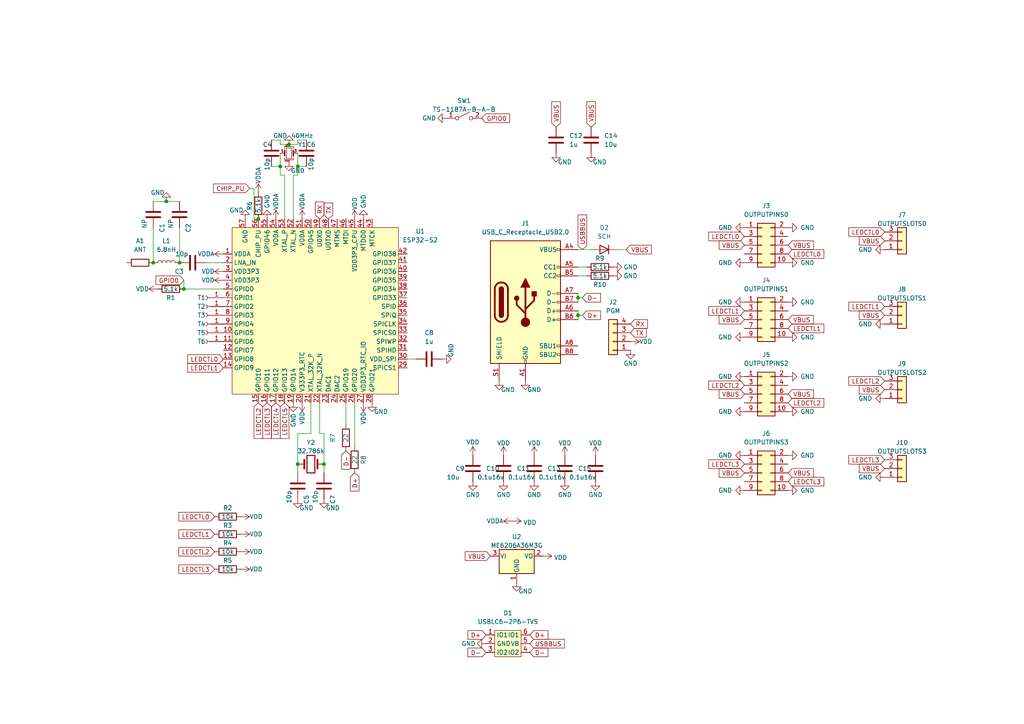
<source format=kicad_sch>
(kicad_sch (version 20211123) (generator eeschema)
  (paper "A4")
  (lib_symbols
    (symbol "Connector:Conn_01x01_Female" (pin_names (offset 1.016) hide)
      (property "Reference" "J" (at 0 2.54 0))
      (property "Value" "Conn_01x01_Female" (at 0 -2.54 0))
      (symbol "Conn_01x01_Female_1_1"
        (polyline (pts (xy -1.27 0) (xy -0.508 0)) (stroke (width 0.1524)))
        (arc (start 0 0.508) (mid -0.508 0) (end 0 -0.508) (stroke (width 0.1524)))
        (pin passive line (at -5.08 0 0) (length 3.81) (name "Pin_1") (number "1"))
      )
    )
    (symbol "Connector:USB_C_Receptacle_USB2.0" (pin_names (offset 1.016))
      (property "Reference" "J" (at -10.16 19.05 0))
      (property "Value" "USB_C_Receptacle_USB2.0" (at 19.05 19.05 0))
      (symbol "USB_C_Receptacle_USB2.0_0_0"
        (rectangle (start -0.254 -17.78) (end 0.254 -16.764))
        (rectangle (start 10.16 -14.986) (end 9.144 -15.494))
        (rectangle (start 10.16 -12.446) (end 9.144 -12.954))
        (rectangle (start 10.16 -4.826) (end 9.144 -5.334))
        (rectangle (start 10.16 -2.286) (end 9.144 -2.794))
        (rectangle (start 10.16 0.254) (end 9.144 -0.254))
        (rectangle (start 10.16 2.794) (end 9.144 2.286))
        (rectangle (start 10.16 7.874) (end 9.144 7.366))
        (rectangle (start 10.16 10.414) (end 9.144 9.906))
        (rectangle (start 10.16 15.494) (end 9.144 14.986))
      )
      (symbol "USB_C_Receptacle_USB2.0_0_1"
        (rectangle (start -10.16 17.78) (end 10.16 -17.78) (stroke (width 0.254)) (fill (type background)))
        (arc (start -8.89 -3.81) (mid -6.985 -5.715) (end -5.08 -3.81) (stroke (width 0.508)))
        (arc (start -7.62 -3.81) (mid -6.985 -4.445) (end -6.35 -3.81) (stroke (width 0.254)))
        (arc (start -7.62 -3.81) (mid -6.985 -4.445) (end -6.35 -3.81) (stroke (width 0.254)) (fill (type outline)))
        (rectangle (start -7.62 -3.81) (end -6.35 3.81) (stroke (width 0.254)) (fill (type outline)))
        (arc (start -6.35 3.81) (mid -6.985 4.445) (end -7.62 3.81) (stroke (width 0.254)))
        (arc (start -6.35 3.81) (mid -6.985 4.445) (end -7.62 3.81) (stroke (width 0.254)) (fill (type outline)))
        (arc (start -5.08 3.81) (mid -6.985 5.715) (end -8.89 3.81) (stroke (width 0.508)))
        (circle (center -2.54 1.143) (radius 0.635) (stroke (width 0.254)) (fill (type outline)))
        (circle (center 0 -5.842) (radius 1.27) (fill (type outline)))
        (polyline (pts (xy -8.89 -3.81) (xy -8.89 3.81)) (stroke (width 0.508)))
        (polyline (pts (xy -5.08 3.81) (xy -5.08 -3.81)) (stroke (width 0.508)))
        (polyline (pts (xy 0 -5.842) (xy 0 4.318)) (stroke (width 0.508)))
        (polyline (pts (xy 0 -3.302) (xy -2.54 -0.762) (xy -2.54 0.508)) (stroke (width 0.508)))
        (polyline (pts (xy 0 -2.032) (xy 2.54 0.508) (xy 2.54 1.778)) (stroke (width 0.508)))
        (polyline (pts (xy -1.27 4.318) (xy 0 6.858) (xy 1.27 4.318) (xy -1.27 4.318)) (stroke (width 0.254)) (fill (type outline)))
        (rectangle (start 1.905 1.778) (end 3.175 3.048) (stroke (width 0.254)) (fill (type outline)))
      )
      (symbol "USB_C_Receptacle_USB2.0_1_1"
        (pin passive line (at 0 -22.86 90) (length 5.08) (name "GND") (number "A1"))
        (pin passive line (at 0 -22.86 90) (length 5.08) hide (name "GND") (number "A12"))
        (pin passive line (at 15.24 15.24 180) (length 5.08) (name "VBUS") (number "A4"))
        (pin bidirectional line (at 15.24 10.16 180) (length 5.08) (name "CC1") (number "A5"))
        (pin bidirectional line (at 15.24 -2.54 180) (length 5.08) (name "D+") (number "A6"))
        (pin bidirectional line (at 15.24 2.54 180) (length 5.08) (name "D-") (number "A7"))
        (pin bidirectional line (at 15.24 -12.7 180) (length 5.08) (name "SBU1") (number "A8"))
        (pin passive line (at 15.24 15.24 180) (length 5.08) hide (name "VBUS") (number "A9"))
        (pin passive line (at 0 -22.86 90) (length 5.08) hide (name "GND") (number "B1"))
        (pin passive line (at 0 -22.86 90) (length 5.08) hide (name "GND") (number "B12"))
        (pin passive line (at 15.24 15.24 180) (length 5.08) hide (name "VBUS") (number "B4"))
        (pin bidirectional line (at 15.24 7.62 180) (length 5.08) (name "CC2") (number "B5"))
        (pin bidirectional line (at 15.24 -5.08 180) (length 5.08) (name "D+") (number "B6"))
        (pin bidirectional line (at 15.24 0 180) (length 5.08) (name "D-") (number "B7"))
        (pin bidirectional line (at 15.24 -15.24 180) (length 5.08) (name "SBU2") (number "B8"))
        (pin passive line (at 15.24 15.24 180) (length 5.08) hide (name "VBUS") (number "B9"))
        (pin passive line (at -7.62 -22.86 90) (length 5.08) (name "SHIELD") (number "S1"))
      )
    )
    (symbol "Connector_Generic:Conn_01x03" (pin_names (offset 1.016) hide)
      (property "Reference" "J" (at 0 5.08 0))
      (property "Value" "Conn_01x03" (at 0 -5.08 0))
      (symbol "Conn_01x03_1_1"
        (rectangle (start -1.27 -2.413) (end 0 -2.667) (stroke (width 0.1524)))
        (rectangle (start -1.27 0.127) (end 0 -0.127) (stroke (width 0.1524)))
        (rectangle (start -1.27 2.667) (end 0 2.413) (stroke (width 0.1524)))
        (rectangle (start -1.27 3.81) (end 1.27 -3.81) (stroke (width 0.254)) (fill (type background)))
        (pin passive line (at -5.08 2.54 0) (length 3.81) (name "Pin_1") (number "1"))
        (pin passive line (at -5.08 0 0) (length 3.81) (name "Pin_2") (number "2"))
        (pin passive line (at -5.08 -2.54 0) (length 3.81) (name "Pin_3") (number "3"))
      )
    )
    (symbol "Connector_Generic:Conn_01x04" (pin_names (offset 1.016) hide)
      (property "Reference" "J" (at 0 5.08 0))
      (property "Value" "Conn_01x04" (at 0 -7.62 0))
      (symbol "Conn_01x04_1_1"
        (rectangle (start -1.27 -4.953) (end 0 -5.207) (stroke (width 0.1524)))
        (rectangle (start -1.27 -2.413) (end 0 -2.667) (stroke (width 0.1524)))
        (rectangle (start -1.27 0.127) (end 0 -0.127) (stroke (width 0.1524)))
        (rectangle (start -1.27 2.667) (end 0 2.413) (stroke (width 0.1524)))
        (rectangle (start -1.27 3.81) (end 1.27 -6.35) (stroke (width 0.254)) (fill (type background)))
        (pin passive line (at -5.08 2.54 0) (length 3.81) (name "Pin_1") (number "1"))
        (pin passive line (at -5.08 0 0) (length 3.81) (name "Pin_2") (number "2"))
        (pin passive line (at -5.08 -2.54 0) (length 3.81) (name "Pin_3") (number "3"))
        (pin passive line (at -5.08 -5.08 0) (length 3.81) (name "Pin_4") (number "4"))
      )
    )
    (symbol "Connector_Generic:Conn_02x05_Odd_Even" (pin_names (offset 1.016) hide)
      (property "Reference" "J" (at 1.27 7.62 0))
      (property "Value" "Conn_02x05_Odd_Even" (at 1.27 -7.62 0))
      (symbol "Conn_02x05_Odd_Even_1_1"
        (rectangle (start -1.27 -4.953) (end 0 -5.207) (stroke (width 0.1524)))
        (rectangle (start -1.27 -2.413) (end 0 -2.667) (stroke (width 0.1524)))
        (rectangle (start -1.27 0.127) (end 0 -0.127) (stroke (width 0.1524)))
        (rectangle (start -1.27 2.667) (end 0 2.413) (stroke (width 0.1524)))
        (rectangle (start -1.27 5.207) (end 0 4.953) (stroke (width 0.1524)))
        (rectangle (start -1.27 6.35) (end 3.81 -6.35) (stroke (width 0.254)) (fill (type background)))
        (rectangle (start 3.81 -4.953) (end 2.54 -5.207) (stroke (width 0.1524)))
        (rectangle (start 3.81 -2.413) (end 2.54 -2.667) (stroke (width 0.1524)))
        (rectangle (start 3.81 0.127) (end 2.54 -0.127) (stroke (width 0.1524)))
        (rectangle (start 3.81 2.667) (end 2.54 2.413) (stroke (width 0.1524)))
        (rectangle (start 3.81 5.207) (end 2.54 4.953) (stroke (width 0.1524)))
        (pin passive line (at -5.08 5.08 0) (length 3.81) (name "Pin_1") (number "1"))
        (pin passive line (at 7.62 -5.08 180) (length 3.81) (name "Pin_10") (number "10"))
        (pin passive line (at 7.62 5.08 180) (length 3.81) (name "Pin_2") (number "2"))
        (pin passive line (at -5.08 2.54 0) (length 3.81) (name "Pin_3") (number "3"))
        (pin passive line (at 7.62 2.54 180) (length 3.81) (name "Pin_4") (number "4"))
        (pin passive line (at -5.08 0 0) (length 3.81) (name "Pin_5") (number "5"))
        (pin passive line (at 7.62 0 180) (length 3.81) (name "Pin_6") (number "6"))
        (pin passive line (at -5.08 -2.54 0) (length 3.81) (name "Pin_7") (number "7"))
        (pin passive line (at 7.62 -2.54 180) (length 3.81) (name "Pin_8") (number "8"))
        (pin passive line (at -5.08 -5.08 0) (length 3.81) (name "Pin_9") (number "9"))
      )
    )
    (symbol "Device:C" (pin_numbers hide) (pin_names (offset 0.254))
      (property "Reference" "C" (at 0.635 2.54 0))
      (property "Value" "C" (at 0.635 -2.54 0))
      (symbol "C_0_1"
        (polyline (pts (xy -2.032 -0.762) (xy 2.032 -0.762)) (stroke (width 0.508)))
        (polyline (pts (xy -2.032 0.762) (xy 2.032 0.762)) (stroke (width 0.508)))
      )
      (symbol "C_1_1"
        (pin passive line (at 0 3.81 270) (length 2.794) (name "~") (number "1"))
        (pin passive line (at 0 -3.81 90) (length 2.794) (name "~") (number "2"))
      )
    )
    (symbol "Device:Crystal" (pin_numbers hide) (pin_names (offset 1.016) hide)
      (property "Reference" "Y" (at 0 3.81 0))
      (property "Value" "Crystal" (at 0 -3.81 0))
      (symbol "Crystal_0_1"
        (rectangle (start -1.143 2.54) (end 1.143 -2.54) (stroke (width 0.3048)))
        (polyline (pts (xy -2.54 0) (xy -1.905 0)))
        (polyline (pts (xy -1.905 -1.27) (xy -1.905 1.27)) (stroke (width 0.508)))
        (polyline (pts (xy 1.905 -1.27) (xy 1.905 1.27)) (stroke (width 0.508)))
        (polyline (pts (xy 2.54 0) (xy 1.905 0)))
      )
      (symbol "Crystal_1_1"
        (pin passive line (at -3.81 0 0) (length 1.27) (name "1") (number "1"))
        (pin passive line (at 3.81 0 180) (length 1.27) (name "2") (number "2"))
      )
    )
    (symbol "Device:Crystal_GND24_Small" (pin_names (offset 1.016) hide)
      (property "Reference" "Y" (at 1.27 4.445 0))
      (property "Value" "Crystal_GND24_Small" (at 1.27 2.54 0))
      (symbol "Crystal_GND24_Small_0_1"
        (rectangle (start -0.762 -1.524) (end 0.762 1.524))
        (polyline (pts (xy -1.27 -0.762) (xy -1.27 0.762)) (stroke (width 0.381)))
        (polyline (pts (xy 1.27 -0.762) (xy 1.27 0.762)) (stroke (width 0.381)))
        (polyline (pts (xy -1.27 -1.27) (xy -1.27 -1.905) (xy 1.27 -1.905) (xy 1.27 -1.27)))
        (polyline (pts (xy -1.27 1.27) (xy -1.27 1.905) (xy 1.27 1.905) (xy 1.27 1.27)))
      )
      (symbol "Crystal_GND24_Small_1_1"
        (pin passive line (at -2.54 0 0) (length 1.27) (name "1") (number "1"))
        (pin passive line (at 0 -2.54 90) (length 0.635) (name "2") (number "2"))
        (pin passive line (at 2.54 0 180) (length 1.27) (name "3") (number "3"))
        (pin passive line (at 0 2.54 270) (length 0.635) (name "4") (number "4"))
      )
    )
    (symbol "Device:D" (pin_numbers hide) (pin_names (offset 1.016) hide)
      (property "Reference" "D" (at 0 2.54 0))
      (property "Value" "D" (at 0 -2.54 0))
      (symbol "D_0_1"
        (polyline (pts (xy -1.27 1.27) (xy -1.27 -1.27)) (stroke (width 0.254)))
        (polyline (pts (xy 1.27 0) (xy -1.27 0)))
        (polyline (pts (xy 1.27 1.27) (xy 1.27 -1.27) (xy -1.27 0) (xy 1.27 1.27)) (stroke (width 0.254)))
      )
      (symbol "D_1_1"
        (pin passive line (at -3.81 0 0) (length 2.54) (name "K") (number "1"))
        (pin passive line (at 3.81 0 180) (length 2.54) (name "A") (number "2"))
      )
    )
    (symbol "Device:L" (pin_numbers hide) (pin_names (offset 1.016) hide)
      (property "Reference" "L" (at -1.27 0 90))
      (property "Value" "L" (at 1.905 0 90))
      (symbol "L_0_1"
        (arc (start 0 -2.54) (mid 0.635 -1.905) (end 0 -1.27))
        (arc (start 0 -1.27) (mid 0.635 -0.635) (end 0 0))
        (arc (start 0 0) (mid 0.635 0.635) (end 0 1.27))
        (arc (start 0 1.27) (mid 0.635 1.905) (end 0 2.54))
      )
      (symbol "L_1_1"
        (pin passive line (at 0 3.81 270) (length 1.27) (name "1") (number "1"))
        (pin passive line (at 0 -3.81 90) (length 1.27) (name "2") (number "2"))
      )
    )
    (symbol "Device:R" (pin_numbers hide) (pin_names (offset 0))
      (property "Reference" "R" (at 2.032 0 90))
      (property "Value" "R" (at 0 0 90))
      (symbol "R_0_1"
        (rectangle (start -1.016 -2.54) (end 1.016 2.54) (stroke (width 0.254)))
      )
      (symbol "R_1_1"
        (pin passive line (at 0 3.81 270) (length 1.27) (name "~") (number "1"))
        (pin passive line (at 0 -3.81 90) (length 1.27) (name "~") (number "2"))
      )
    )
    (symbol "Regulator_Linear:APE8865N-17-HF-3" (pin_names (offset 0.254))
      (property "Reference" "U" (at -3.81 3.175 0))
      (property "Value" "APE8865N-17-HF-3" (at 0 3.175 0))
      (symbol "APE8865N-17-HF-3_0_1"
        (rectangle (start -5.08 1.905) (end 5.08 -5.08) (stroke (width 0.254)) (fill (type background)))
      )
      (symbol "APE8865N-17-HF-3_1_1"
        (pin power_in line (at 0 -7.62 90) (length 2.54) (name "GND") (number "1"))
        (pin power_out line (at 7.62 0 180) (length 2.54) (name "VO") (number "2"))
        (pin power_in line (at -7.62 0 0) (length 2.54) (name "VI") (number "3"))
      )
    )
    (symbol "Switch:SW_SPST" (pin_names (offset 0) hide)
      (property "Reference" "SW" (at 0 3.175 0))
      (property "Value" "SW_SPST" (at 0 -2.54 0))
      (symbol "SW_SPST_0_0"
        (circle (center -2.032 0) (radius 0.508))
        (polyline (pts (xy -1.524 0.254) (xy 1.524 1.778)))
        (circle (center 2.032 0) (radius 0.508))
      )
      (symbol "SW_SPST_1_1"
        (pin passive line (at -5.08 0 0) (length 2.54) (name "A") (number "1"))
        (pin passive line (at 5.08 0 180) (length 2.54) (name "B") (number "2"))
      )
    )
    (symbol "USBLC6-2P6-TVS:USBLC6-2P6-TVS"
      (property "Reference" "D" (at 0 -5.08 0))
      (property "Value" "USBLC6-2P6-TVS" (at 0 5.08 0))
      (symbol "USBLC6-2P6-TVS_0_1"
        (rectangle (start -3.81 3.81) (end 3.81 -3.81) (fill (type background)))
      )
      (symbol "USBLC6-2P6-TVS_1_1"
        (pin bidirectional line (at -6.35 2.54 0) (length 2.54) (name "IO1") (number "1"))
        (pin bidirectional line (at -6.35 0 0) (length 2.54) (name "GND") (number "2"))
        (pin bidirectional line (at -6.35 -2.54 0) (length 2.54) (name "IO2") (number "3"))
        (pin bidirectional line (at 6.35 -2.54 180) (length 2.54) (name "IO2") (number "4"))
        (pin bidirectional line (at 6.35 0 180) (length 2.54) (name "VB") (number "5"))
        (pin bidirectional line (at 6.35 2.54 180) (length 2.54) (name "IO1") (number "6"))
      )
    )
    (symbol "esp32s2:ESP32-S2"
      (property "Reference" "U" (at 0 6.35 0))
      (property "Value" "ESP32-S2" (at 0 1.27 0))
      (symbol "ESP32-S2_0_1"
        (rectangle (start -24.13 24.13) (end 24.13 -24.13) (stroke (width 0.1524)) (fill (type background)))
      )
      (symbol "ESP32-S2_1_1"
        (pin bidirectional line (at -26.67 16.51 0) (length 2.54) (name "VDDA") (number "1"))
        (pin bidirectional line (at -26.67 -6.35 0) (length 2.54) (name "GPIO5") (number "10"))
        (pin bidirectional line (at -26.67 -8.89 0) (length 2.54) (name "GPIO6") (number "11"))
        (pin bidirectional line (at -26.67 -11.43 0) (length 2.54) (name "GPIO7") (number "12"))
        (pin bidirectional line (at -26.67 -13.97 0) (length 2.54) (name "GPIO8") (number "13"))
        (pin bidirectional line (at -26.67 -16.51 0) (length 2.54) (name "GPIO9") (number "14"))
        (pin bidirectional line (at -16.51 -26.67 90) (length 2.54) (name "GPIO10") (number "15"))
        (pin bidirectional line (at -13.97 -26.67 90) (length 2.54) (name "GPIO11") (number "16"))
        (pin bidirectional line (at -11.43 -26.67 90) (length 2.54) (name "GPIO12") (number "17"))
        (pin bidirectional line (at -8.89 -26.67 90) (length 2.54) (name "GPIO13") (number "18"))
        (pin bidirectional line (at -6.35 -26.67 90) (length 2.54) (name "GPIO14") (number "19"))
        (pin bidirectional line (at -26.67 13.97 0) (length 2.54) (name "LNA_IN") (number "2"))
        (pin bidirectional line (at -3.81 -26.67 90) (length 2.54) (name "V333P3_RTC") (number "20"))
        (pin bidirectional line (at -1.27 -26.67 90) (length 2.54) (name "XTAL_32K_P") (number "21"))
        (pin bidirectional line (at 1.27 -26.67 90) (length 2.54) (name "XTAL_32K_N") (number "22"))
        (pin bidirectional line (at 3.81 -26.67 90) (length 2.54) (name "DAC1") (number "23"))
        (pin bidirectional line (at 6.35 -26.67 90) (length 2.54) (name "DAC2") (number "24"))
        (pin bidirectional line (at 8.89 -26.67 90) (length 2.54) (name "GPIO19") (number "25"))
        (pin bidirectional line (at 11.43 -26.67 90) (length 2.54) (name "GPIO20") (number "26"))
        (pin bidirectional line (at 13.97 -26.67 90) (length 2.54) (name "VDD3P3_RTC_IO") (number "27"))
        (pin bidirectional line (at 16.51 -26.67 90) (length 2.54) (name "GPIO21") (number "28"))
        (pin bidirectional line (at 26.67 -16.51 180) (length 2.54) (name "SPICS1") (number "29"))
        (pin bidirectional line (at -26.67 11.43 0) (length 2.54) (name "VDD3P3") (number "3"))
        (pin bidirectional line (at 26.67 -13.97 180) (length 2.54) (name "VDD_SPI") (number "30"))
        (pin bidirectional line (at 26.67 -11.43 180) (length 2.54) (name "SPIHD") (number "31"))
        (pin bidirectional line (at 26.67 -8.89 180) (length 2.54) (name "SPIWP") (number "32"))
        (pin bidirectional line (at 26.67 -6.35 180) (length 2.54) (name "SPICS0") (number "33"))
        (pin bidirectional line (at 26.67 -3.81 180) (length 2.54) (name "SPICLK") (number "34"))
        (pin bidirectional line (at 26.67 -1.27 180) (length 2.54) (name "SPIQ") (number "35"))
        (pin bidirectional line (at 26.67 1.27 180) (length 2.54) (name "SPID") (number "36"))
        (pin bidirectional line (at 26.67 3.81 180) (length 2.54) (name "GPIO33") (number "37"))
        (pin bidirectional line (at 26.67 6.35 180) (length 2.54) (name "GPIO34") (number "38"))
        (pin bidirectional line (at 26.67 8.89 180) (length 2.54) (name "GPIO35") (number "39"))
        (pin bidirectional line (at -26.67 8.89 0) (length 2.54) (name "VDD3P3") (number "4"))
        (pin bidirectional line (at 26.67 11.43 180) (length 2.54) (name "GPIO36") (number "40"))
        (pin bidirectional line (at 26.67 13.97 180) (length 2.54) (name "GPIO37") (number "41"))
        (pin bidirectional line (at 26.67 16.51 180) (length 2.54) (name "GPIO38") (number "42"))
        (pin bidirectional line (at 16.51 26.67 270) (length 2.54) (name "MTCK") (number "43"))
        (pin bidirectional line (at 13.97 26.67 270) (length 2.54) (name "MTDO0") (number "44"))
        (pin bidirectional line (at 11.43 26.67 270) (length 2.54) (name "VDD3P3_CPU") (number "45"))
        (pin bidirectional line (at 8.89 26.67 270) (length 2.54) (name "MTDI") (number "46"))
        (pin bidirectional line (at 6.35 26.67 270) (length 2.54) (name "MTMS") (number "47"))
        (pin bidirectional line (at 3.81 26.67 270) (length 2.54) (name "U0TXD") (number "48"))
        (pin bidirectional line (at 1.27 26.67 270) (length 2.54) (name "U0XD") (number "49"))
        (pin bidirectional line (at -26.67 6.35 0) (length 2.54) (name "GPIO0") (number "5"))
        (pin bidirectional line (at -1.27 26.67 270) (length 2.54) (name "GPIO45") (number "50"))
        (pin bidirectional line (at -3.81 26.67 270) (length 2.54) (name "VDDA") (number "51"))
        (pin bidirectional line (at -6.35 26.67 270) (length 2.54) (name "XTAL_N") (number "52"))
        (pin bidirectional line (at -8.89 26.67 270) (length 2.54) (name "XTAL_P") (number "53"))
        (pin bidirectional line (at -11.43 26.67 270) (length 2.54) (name "VDDA") (number "54"))
        (pin bidirectional line (at -13.97 26.67 270) (length 2.54) (name "GPIO46") (number "55"))
        (pin bidirectional line (at -16.51 26.67 270) (length 2.54) (name "CHIP_PU") (number "56"))
        (pin bidirectional line (at -20.32 26.67 270) (length 2.54) (name "GND") (number "57"))
        (pin bidirectional line (at -26.67 3.81 0) (length 2.54) (name "GPIO1") (number "6"))
        (pin bidirectional line (at -26.67 1.27 0) (length 2.54) (name "GPIO2") (number "7"))
        (pin bidirectional line (at -26.67 -1.27 0) (length 2.54) (name "GPIO3") (number "8"))
        (pin bidirectional line (at -26.67 -3.81 0) (length 2.54) (name "GPIO4") (number "9"))
      )
    )
    (symbol "power:GND" (power) (pin_names (offset 0))
      (property "Value" "GND" (at 0 -3.81 0))
      (symbol "GND_0_1"
        (polyline (pts (xy 0 0) (xy 0 -1.27) (xy 1.27 -1.27) (xy 0 -2.54) (xy -1.27 -1.27) (xy 0 -1.27)))
      )
      (symbol "GND_1_1"
        (pin power_in line (at 0 0 270) (length 0) hide (name "GND") (number "1"))
      )
    )
    (symbol "power:VDD" (power) (pin_names (offset 0))
      (property "Value" "VDD" (at 0 3.81 0))
      (symbol "VDD_0_1"
        (polyline (pts (xy -0.762 1.27) (xy 0 2.54)))
        (polyline (pts (xy 0 0) (xy 0 2.54)))
        (polyline (pts (xy 0 2.54) (xy 0.762 1.27)))
      )
      (symbol "VDD_1_1"
        (pin power_in line (at 0 0 90) (length 0) hide (name "VDD") (number "1"))
      )
    )
    (symbol "power:VDDA" (power) (pin_names (offset 0))
      (property "Value" "VDDA" (at 0 3.81 0))
      (symbol "VDDA_0_1"
        (polyline (pts (xy -0.762 1.27) (xy 0 2.54)))
        (polyline (pts (xy 0 0) (xy 0 2.54)))
        (polyline (pts (xy 0 2.54) (xy 0.762 1.27)))
      )
      (symbol "VDDA_1_1"
        (pin power_in line (at 0 0 90) (length 0) hide (name "VDDA") (number "1"))
      )
    )
  )
  (junction (at 52.07 76.2))
  (junction (at 93.98 134.62))
  (junction (at 53.34 83.82))
  (junction (at 83.82 41.91))
  (junction (at 44.45 76.2))
  (junction (at 86.36 48.26))
  (junction (at 167.64 86.36))
  (junction (at 74.93 63.5))
  (junction (at 48.26 58.42))
  (junction (at 167.64 91.44))
  (junction (at 86.36 134.62))
  (junction (at 81.28 48.26))
  (wire (pts (xy 167.64 90.17) (xy 167.64 91.44)))
  (wire (pts (xy 167.64 85.09) (xy 167.64 86.36)))
  (wire (pts (xy 118.11 104.14) (xy 120.65 104.14)))
  (wire (pts (xy 86.36 41.91) (xy 86.36 40.64)))
  (wire (pts (xy 53.34 83.82) (xy 64.77 83.82)))
  (wire (pts (xy 171.45 72.39) (xy 167.64 72.39)))
  (wire (pts (xy 73.66 54.61) (xy 73.66 63.5)))
  (wire (pts (xy 83.82 41.91) (xy 81.28 41.91)))
  (wire (pts (xy 85.09 63.5) (xy 85.09 50.8)))
  (wire (pts (xy 167.64 86.36) (xy 167.64 87.63)))
  (wire (pts (xy 167.64 77.47) (xy 170.18 77.47)))
  (wire (pts (xy 167.64 91.44) (xy 167.64 92.71)))
  (wire (pts (xy 93.98 134.62) (xy 93.98 137.16)))
  (wire (pts (xy 82.55 63.5) (xy 82.55 50.8)))
  (wire (pts (xy 82.55 50.8) (xy 81.28 50.8)))
  (wire (pts (xy 90.17 116.84) (xy 90.17 125.73)))
  (wire (pts (xy 73.66 63.5) (xy 74.93 63.5)))
  (wire (pts (xy 72.39 54.61) (xy 73.66 54.61)))
  (wire (pts (xy 86.36 50.8) (xy 86.36 48.26)))
  (wire (pts (xy 86.36 48.26) (xy 86.36 44.45)))
  (wire (pts (xy 167.64 80.01) (xy 170.18 80.01)))
  (wire (pts (xy 86.36 40.64) (xy 88.9 40.64)))
  (wire (pts (xy 81.28 40.64) (xy 78.74 40.64)))
  (wire (pts (xy 93.98 134.62) (xy 93.98 125.73)))
  (wire (pts (xy 48.26 58.42) (xy 52.07 58.42)))
  (wire (pts (xy 181.61 72.39) (xy 179.07 72.39)))
  (wire (pts (xy 81.28 41.91) (xy 81.28 40.64)))
  (wire (pts (xy 78.74 48.26) (xy 81.28 48.26)))
  (wire (pts (xy 52.07 66.04) (xy 52.07 76.2)))
  (wire (pts (xy 81.28 48.26) (xy 81.28 44.45)))
  (wire (pts (xy 85.09 50.8) (xy 86.36 50.8)))
  (wire (pts (xy 44.45 66.04) (xy 44.45 76.2)))
  (wire (pts (xy 100.33 116.84) (xy 100.33 123.19)))
  (wire (pts (xy 102.87 116.84) (xy 102.87 129.54)))
  (wire (pts (xy 86.36 48.26) (xy 88.9 48.26)))
  (wire (pts (xy 167.64 91.44) (xy 168.91 91.44)))
  (wire (pts (xy 83.82 41.91) (xy 86.36 41.91)))
  (wire (pts (xy 44.45 58.42) (xy 48.26 58.42)))
  (wire (pts (xy 59.69 76.2) (xy 64.77 76.2)))
  (wire (pts (xy 90.17 125.73) (xy 86.36 125.73)))
  (wire (pts (xy 81.28 50.8) (xy 81.28 48.26)))
  (wire (pts (xy 86.36 125.73) (xy 86.36 134.62)))
  (wire (pts (xy 167.64 86.36) (xy 168.91 86.36)))
  (wire (pts (xy 92.71 125.73) (xy 92.71 116.84)))
  (wire (pts (xy 53.34 81.28) (xy 53.34 83.82)))
  (wire (pts (xy 93.98 125.73) (xy 92.71 125.73)))
  (wire (pts (xy 86.36 137.16) (xy 86.36 134.62)))
  (global_label "LEDCTL1" (shape input) (at 215.9 90.17 180) (property "Intersheet References" "${INTERSHEET_REFS}" (effects hide)))
  (global_label "VBUS" (shape input) (at 215.9 92.71 180) (property "Intersheet References" "${INTERSHEET_REFS}" (effects hide)))
  (global_label "USBBUS" (shape input) (at 168.91 72.39 90) (property "Intersheet References" "${INTERSHEET_REFS}" (effects hide)))
  (global_label "D-" (shape input) (at 140.97 189.23 180) (property "Intersheet References" "${INTERSHEET_REFS}" (effects hide)))
  (global_label "USBBUS" (shape input) (at 153.67 186.69 0) (property "Intersheet References" "${INTERSHEET_REFS}" (effects hide)))
  (global_label "VBUS" (shape input) (at 228.6 114.3 0) (property "Intersheet References" "${INTERSHEET_REFS}" (effects hide)))
  (global_label "LEDCTL5" (shape input) (at 82.55 116.84 270) (property "Intersheet References" "${INTERSHEET_REFS}" (effects hide)))
  (global_label "LEDCTL2" (shape input) (at 62.23 160.02 180) (property "Intersheet References" "${INTERSHEET_REFS}" (effects hide)))
  (global_label "RX" (shape input) (at 92.71 63.5 90) (property "Intersheet References" "${INTERSHEET_REFS}" (effects hide)))
  (global_label "VBUS" (shape input) (at 228.6 137.16 0) (property "Intersheet References" "${INTERSHEET_REFS}" (effects hide)))
  (global_label "D+" (shape input) (at 168.91 91.44 0) (property "Intersheet References" "${INTERSHEET_REFS}" (effects hide)))
  (global_label "TX" (shape input) (at 95.25 63.5 90) (property "Intersheet References" "${INTERSHEET_REFS}" (effects hide)))
  (global_label "LEDCTL1" (shape input) (at 64.77 106.68 180) (property "Intersheet References" "${INTERSHEET_REFS}" (effects hide)))
  (global_label "LEDCTL2" (shape input) (at 215.9 111.76 180) (property "Intersheet References" "${INTERSHEET_REFS}" (effects hide)))
  (global_label "LEDCTL1" (shape input) (at 228.6 95.25 0) (property "Intersheet References" "${INTERSHEET_REFS}" (effects hide)))
  (global_label "VBUS" (shape input) (at 228.6 71.12 0) (property "Intersheet References" "${INTERSHEET_REFS}" (effects hide)))
  (global_label "VBUS" (shape input) (at 161.29 36.83 90) (property "Intersheet References" "${INTERSHEET_REFS}" (effects hide)))
  (global_label "LEDCTL1" (shape input) (at 256.54 88.9 180) (property "Intersheet References" "${INTERSHEET_REFS}" (effects hide)))
  (global_label "LEDCTL3" (shape input) (at 256.54 133.35 180) (property "Intersheet References" "${INTERSHEET_REFS}" (effects hide)))
  (global_label "VBUS" (shape input) (at 256.54 91.44 180) (property "Intersheet References" "${INTERSHEET_REFS}" (effects hide)))
  (global_label "LEDCTL1" (shape input) (at 62.23 154.94 180) (property "Intersheet References" "${INTERSHEET_REFS}" (effects hide)))
  (global_label "LEDCTL3" (shape input) (at 77.47 116.84 270) (property "Intersheet References" "${INTERSHEET_REFS}" (effects hide)))
  (global_label "LEDCTL0" (shape input) (at 64.77 104.14 180) (property "Intersheet References" "${INTERSHEET_REFS}" (effects hide)))
  (global_label "VBUS" (shape input) (at 181.61 72.39 0) (property "Intersheet References" "${INTERSHEET_REFS}" (effects hide)))
  (global_label "RX" (shape input) (at 182.88 93.98 0) (property "Intersheet References" "${INTERSHEET_REFS}" (effects hide)))
  (global_label "LEDCTL4" (shape input) (at 80.01 116.84 270) (property "Intersheet References" "${INTERSHEET_REFS}" (effects hide)))
  (global_label "LEDCTL0" (shape input) (at 228.6 73.66 0) (property "Intersheet References" "${INTERSHEET_REFS}" (effects hide)))
  (global_label "D+" (shape input) (at 153.67 184.15 0) (property "Intersheet References" "${INTERSHEET_REFS}" (effects hide)))
  (global_label "D+" (shape input) (at 102.87 137.16 270) (property "Intersheet References" "${INTERSHEET_REFS}" (effects hide)))
  (global_label "LEDCTL3" (shape input) (at 228.6 139.7 0) (property "Intersheet References" "${INTERSHEET_REFS}" (effects hide)))
  (global_label "D-" (shape input) (at 153.67 189.23 0) (property "Intersheet References" "${INTERSHEET_REFS}" (effects hide)))
  (global_label "VBUS" (shape input) (at 256.54 69.85 180) (property "Intersheet References" "${INTERSHEET_REFS}" (effects hide)))
  (global_label "VBUS" (shape input) (at 215.9 114.3 180) (property "Intersheet References" "${INTERSHEET_REFS}" (effects hide)))
  (global_label "GPIO0" (shape input) (at 53.34 81.28 180) (property "Intersheet References" "${INTERSHEET_REFS}" (effects hide)))
  (global_label "GPIO0" (shape input) (at 139.7 34.29 0) (property "Intersheet References" "${INTERSHEET_REFS}" (effects hide)))
  (global_label "LEDCTL0" (shape input) (at 215.9 68.58 180) (property "Intersheet References" "${INTERSHEET_REFS}" (effects hide)))
  (global_label "LEDCTL3" (shape input) (at 62.23 165.1 180) (property "Intersheet References" "${INTERSHEET_REFS}" (effects hide)))
  (global_label "D-" (shape input) (at 168.91 86.36 0) (property "Intersheet References" "${INTERSHEET_REFS}" (effects hide)))
  (global_label "VBUS" (shape input) (at 171.45 36.83 90) (property "Intersheet References" "${INTERSHEET_REFS}" (effects hide)))
  (global_label "VBUS" (shape input) (at 215.9 71.12 180) (property "Intersheet References" "${INTERSHEET_REFS}" (effects hide)))
  (global_label "LEDCTL0" (shape input) (at 62.23 149.86 180) (property "Intersheet References" "${INTERSHEET_REFS}" (effects hide)))
  (global_label "CHIP_PU" (shape input) (at 72.39 54.61 180) (property "Intersheet References" "${INTERSHEET_REFS}" (effects hide)))
  (global_label "TX" (shape input) (at 182.88 96.52 0) (property "Intersheet References" "${INTERSHEET_REFS}" (effects hide)))
  (global_label "LEDCTL0" (shape input) (at 256.54 67.31 180) (property "Intersheet References" "${INTERSHEET_REFS}" (effects hide)))
  (global_label "LEDCTL2" (shape input) (at 74.93 116.84 270) (property "Intersheet References" "${INTERSHEET_REFS}" (effects hide)))
  (global_label "LEDCTL2" (shape input) (at 228.6 116.84 0) (property "Intersheet References" "${INTERSHEET_REFS}" (effects hide)))
  (global_label "VBUS" (shape input) (at 142.24 161.29 180) (property "Intersheet References" "${INTERSHEET_REFS}" (effects hide)))
  (global_label "VBUS" (shape input) (at 215.9 137.16 180) (property "Intersheet References" "${INTERSHEET_REFS}" (effects hide)))
  (global_label "VBUS" (shape input) (at 228.6 92.71 0) (property "Intersheet References" "${INTERSHEET_REFS}" (effects hide)))
  (global_label "D+" (shape input) (at 140.97 184.15 180) (property "Intersheet References" "${INTERSHEET_REFS}" (effects hide)))
  (global_label "D-" (shape input) (at 100.33 130.81 270) (property "Intersheet References" "${INTERSHEET_REFS}" (effects hide)))
  (global_label "LEDCTL3" (shape input) (at 215.9 134.62 180) (property "Intersheet References" "${INTERSHEET_REFS}" (effects hide)))
  (global_label "VBUS" (shape input) (at 256.54 135.89 180) (property "Intersheet References" "${INTERSHEET_REFS}" (effects hide)))
  (global_label "LEDCTL2" (shape input) (at 256.54 110.49 180) (property "Intersheet References" "${INTERSHEET_REFS}" (effects hide)))
  (global_label "VBUS" (shape input) (at 256.54 113.03 180) (property "Intersheet References" "${INTERSHEET_REFS}" (effects hide)))
  (symbol (lib_id "power:GND") (at 105.41 63.5 180) (unit 1)
    (property "Reference" "#PWR0110" (effects hide))
    (property "Value" "GND" (at 105.41 58.42 90))
  )
  (symbol (lib_id "power:GND") (at 215.9 66.04 270) (unit 1)
    (property "Reference" "#PWR0107" (effects hide))
    (property "Value" "GND" (at 208.28 66.04 90) (effects (justify left)))
  )
  (symbol (lib_id "Device:R") (at 102.87 133.35 0) (unit 1)
    (property "Reference" "R8" (at 105.41 133.35 90))
    (property "Value" "22" (at 102.87 133.35 90))
    (property "Footprint" "Resistor_SMD:R_0402_1005Metric" (effects hide))
    (property "LCSC" "C25092" (effects hide))
  )
  (symbol (lib_id "power:GND") (at 256.54 72.39 270) (unit 1)
    (property "Reference" "#PWR0158" (effects hide))
    (property "Value" "GND" (at 248.92 72.39 90) (effects (justify left)))
  )
  (symbol (lib_id "Device:Crystal") (at 90.17 134.62 0) (unit 1)
    (property "Reference" "Y2" (at 90.17 128.3548 0))
    (property "Value" "32.786k" (at 90.17 130.81 0))
    (property "Footprint" "Crystal:Crystal_SMD_2012-2Pin_2.0x1.2mm" (effects hide))
    (property "LCSC" "C99009" (effects hide))
  )
  (symbol (lib_id "Device:C") (at 163.83 135.89 0) (unit 1)
    (property "Reference" "C13" (at 158.75 135.89 0) (effects (justify left)))
    (property "Value" "0.1u16v" (at 156.21 138.43 0) (effects (justify left)))
    (property "Footprint" "Capacitor_SMD:C_0402_1005Metric" (effects hide))
    (property "LCSC" "C338032" (effects hide))
  )
  (symbol (lib_id "Connector_Generic:Conn_01x03") (at 261.62 91.44 0) (mirror x) (unit 1)
    (property "Reference" "J8" (at 261.62 83.9302 0))
    (property "Value" "OUTPUTSLOTS1" (at 261.62 86.4671 0))
    (property "Footprint" "nixiehostslot:nixiehostslot" (effects hide))
  )
  (symbol (lib_id "Regulator_Linear:APE8865N-17-HF-3") (at 149.86 161.29 0) (unit 1)
    (property "Reference" "U2" (at 149.86 155.6852 0))
    (property "Value" "ME6206A36M3G" (at 149.86 158.2221 0))
    (property "Footprint" "Package_TO_SOT_SMD:SOT-23" (effects hide))
    (property "Datasheet" "http://www.tme.eu/fr/Document/ced3461ed31ea70a3c416fb648e0cde7/APE8865-3.pdf" (effects hide))
    (property "LCSC" "C236698" (effects hide))
  )
  (symbol (lib_id "Device:L") (at 48.26 76.2 90) (unit 1)
    (property "Reference" "L1" (at 48.26 69.85 90))
    (property "Value" "6.8nH" (at 48.26 72.39 90))
    (property "Footprint" "Inductor_SMD:L_0402_1005Metric" (effects hide))
    (property "LCSC" "C77110" (effects hide))
  )
  (symbol (lib_id "Device:R") (at 40.64 76.2 270) (unit 1)
    (property "Reference" "A1" (at 40.64 69.85 90))
    (property "Value" "ANT" (at 40.64 72.39 90))
    (property "Footprint" "Resistor_SMD:R_1206_3216Metric" (effects hide))
    (property "LCSC" "C127629" (effects hide))
  )
  (symbol (lib_id "power:GND") (at 77.47 63.5 180) (unit 1)
    (property "Reference" "#PWR0113" (effects hide))
    (property "Value" "GND" (at 77.47 58.42 90))
  )
  (symbol (lib_id "Device:R") (at 66.04 149.86 90) (unit 1)
    (property "Reference" "R2" (at 66.04 147.32 90))
    (property "Value" "10k" (at 66.04 149.86 90))
    (property "Footprint" "Resistor_SMD:R_0402_1005Metric" (effects hide))
    (property "LCSC" "C25086" (effects hide))
  )
  (symbol (lib_id "power:GND") (at 128.27 104.14 90) (unit 1)
    (property "Reference" "#PWR0118" (effects hide))
    (property "Value" "GND" (at 130.81 101.6 0))
  )
  (symbol (lib_id "power:GND") (at 177.8 80.01 90) (unit 1)
    (property "Reference" "#PWR0104" (effects hide))
    (property "Value" "GND" (at 182.88 80.01 90))
  )
  (symbol (lib_id "esp32s2:ESP32-S2") (at 91.44 90.17 0) (unit 1)
    (property "Reference" "U1" (at 121.92 67.0812 0))
    (property "Value" "ESP32-S2" (at 121.92 69.6212 0))
    (property "Footprint" "localparts:ESP32S2" (effects hide))
    (property "LCSC" "C2840995" (effects hide))
  )
  (symbol (lib_id "power:VDDA") (at 148.59 151.13 90) (unit 1)
    (property "Reference" "#PWR0138" (effects hide))
    (property "Value" "VDDA" (at 146.05 151.13 90) (effects (justify left)))
  )
  (symbol (lib_id "Switch:SW_SPST") (at 134.62 34.29 0) (unit 1)
    (property "Reference" "SW1" (at 134.62 29.21 0))
    (property "Value" "TS-1187A-B-A-B" (at 134.62 31.75 0))
    (property "Footprint" "Button_Switch_SMD:SW_SPST_TL3342" (effects hide))
    (property "LCSC" "C318884" (effects hide))
  )
  (symbol (lib_id "power:GND") (at 85.09 116.84 0) (unit 1)
    (property "Reference" "#PWR0167" (effects hide))
    (property "Value" "GND" (at 85.09 121.92 90))
  )
  (symbol (lib_id "power:GND") (at 86.36 144.78 0) (unit 1)
    (property "Reference" "#PWR0122" (effects hide))
    (property "Value" "GND" (at 88.9 147.32 0))
  )
  (symbol (lib_id "Connector_Generic:Conn_02x05_Odd_Even") (at 220.98 92.71 0) (unit 1)
    (property "Reference" "J4" (at 222.25 81.28 0))
    (property "Value" "OUTPUTPINS1" (at 222.25 83.82 0))
    (property "Footprint" "Connector_PinSocket_2.54mm:PinSocket_2x05_P2.54mm_Vertical_SMD" (effects hide))
    (property "LCSC" "C920845" (effects hide))
  )
  (symbol (lib_id "power:GND") (at 171.45 44.45 0) (unit 1)
    (property "Reference" "#PWR0101" (effects hide))
    (property "Value" "GND" (at 173.99 46.99 0))
  )
  (symbol (lib_id "power:GND") (at 149.86 168.91 0) (unit 1)
    (property "Reference" "#PWR0140" (effects hide))
    (property "Value" "GND" (at 152.4 171.45 0))
  )
  (symbol (lib_id "power:GND") (at 215.9 97.79 270) (unit 1)
    (property "Reference" "#PWR0106" (effects hide))
    (property "Value" "GND" (at 208.28 97.79 90) (effects (justify left)))
  )
  (symbol (lib_id "power:VDD") (at 148.59 151.13 270) (unit 1)
    (property "Reference" "#PWR0137" (effects hide))
    (property "Value" "VDD" (at 151.765 151.5638 90) (effects (justify left)))
  )
  (symbol (lib_id "power:GND") (at 228.6 142.24 90) (unit 1)
    (property "Reference" "#PWR0161" (effects hide))
    (property "Value" "GND" (at 236.22 142.24 90) (effects (justify left)))
  )
  (symbol (lib_id "Device:C") (at 52.07 62.23 180) (unit 1)
    (property "Reference" "C2" (at 54.61 64.77 90) (effects (justify left)))
    (property "Value" "NP" (at 49.53 63.5 90) (effects (justify left)))
    (property "Footprint" "Capacitor_SMD:C_0402_1005Metric" (effects hide))
    (property "LCSC" "C106199" (effects hide))
  )
  (symbol (lib_id "power:VDD") (at 69.85 149.86 270) (unit 1)
    (property "Reference" "#PWR0130" (effects hide))
    (property "Value" "VDD" (at 76.2 149.86 90) (effects (justify right)))
  )
  (symbol (lib_id "Device:R") (at 74.93 59.69 180) (unit 1)
    (property "Reference" "R6" (at 72.39 59.69 90))
    (property "Value" "5.1k" (at 74.93 59.69 90))
    (property "Footprint" "Resistor_SMD:R_0402_1005Metric" (effects hide))
    (property "LCSC" "C105872" (effects hide))
  )
  (symbol (lib_id "power:GND") (at 256.54 115.57 270) (unit 1)
    (property "Reference" "#PWR0166" (effects hide))
    (property "Value" "GND" (at 248.92 115.57 90) (effects (justify left)))
  )
  (symbol (lib_id "Device:C") (at 93.98 140.97 180) (unit 1)
    (property "Reference" "C7" (at 96.52 143.51 90) (effects (justify left)))
    (property "Value" "10p" (at 91.44 142.24 90) (effects (justify left)))
    (property "Footprint" "Capacitor_SMD:C_0402_1005Metric" (effects hide))
    (property "LCSC" "C106199" (effects hide))
  )
  (symbol (lib_id "Device:D") (at 175.26 72.39 180) (unit 1)
    (property "Reference" "D2" (at 175.26 66.04 0))
    (property "Value" "SCH" (at 175.26 68.58 0))
    (property "Footprint" "Diode_SMD:D_SOD-123F" (effects hide))
    (property "LCSC" "C5199107" (effects hide))
  )
  (symbol (lib_id "power:GND") (at 161.29 44.45 0) (unit 1)
    (property "Reference" "#PWR0119" (effects hide))
    (property "Value" "GND" (at 163.83 46.99 0))
  )
  (symbol (lib_id "power:VDD") (at 87.63 116.84 180) (unit 1)
    (property "Reference" "#PWR0125" (effects hide))
    (property "Value" "VDD" (at 87.63 123.19 90) (effects (justify right)))
  )
  (symbol (lib_id "power:GND") (at 215.9 76.2 270) (unit 1)
    (property "Reference" "#PWR0108" (effects hide))
    (property "Value" "GND" (at 208.28 76.2 90) (effects (justify left)))
  )
  (symbol (lib_id "power:GND") (at 83.82 46.99 0) (unit 1)
    (property "Reference" "#PWR0116" (effects hide))
    (property "Value" "GND" (at 86.36 49.53 0))
  )
  (symbol (lib_id "Device:C") (at 154.94 135.89 0) (unit 1)
    (property "Reference" "C11" (at 149.86 135.89 0) (effects (justify left)))
    (property "Value" "0.1u16v" (at 147.32 138.43 0) (effects (justify left)))
    (property "Footprint" "Capacitor_SMD:C_0402_1005Metric" (effects hide))
    (property "LCSC" "C338032" (effects hide))
  )
  (symbol (lib_id "Device:R") (at 66.04 165.1 90) (unit 1)
    (property "Reference" "R5" (at 66.04 162.56 90))
    (property "Value" "10k" (at 66.04 165.1 90))
    (property "Footprint" "Resistor_SMD:R_0402_1005Metric" (effects hide))
    (property "LCSC" "C25086" (effects hide))
  )
  (symbol (lib_id "power:GND") (at 256.54 93.98 270) (unit 1)
    (property "Reference" "#PWR0152" (effects hide))
    (property "Value" "GND" (at 248.92 93.98 90) (effects (justify left)))
  )
  (symbol (lib_id "Device:C") (at 137.16 135.89 0) (unit 1)
    (property "Reference" "C9" (at 132.08 135.89 0) (effects (justify left)))
    (property "Value" "10u" (at 129.54 138.43 0) (effects (justify left)))
    (property "Footprint" "Capacitor_SMD:C_0402_1005Metric" (effects hide))
    (property "LCSC" "C315248" (effects hide))
  )
  (symbol (lib_id "power:GND") (at 140.97 186.69 270) (unit 1)
    (property "Reference" "#PWR0149" (effects hide))
    (property "Value" "GND" (at 135.89 186.69 90))
  )
  (symbol (lib_id "power:GND") (at 137.16 139.7 0) (unit 1)
    (property "Reference" "#PWR0145" (effects hide))
    (property "Value" "GND" (at 137.16 143.51 0))
  )
  (symbol (lib_id "power:GND") (at 177.8 77.47 90) (unit 1)
    (property "Reference" "#PWR0105" (effects hide))
    (property "Value" "GND" (at 182.88 77.47 90))
  )
  (symbol (lib_id "power:VDD") (at 102.87 63.5 0) (unit 1)
    (property "Reference" "#PWR0111" (effects hide))
    (property "Value" "VDD" (at 102.87 57.15 90) (effects (justify right)))
  )
  (symbol (lib_id "power:GND") (at 172.72 139.7 0) (unit 1)
    (property "Reference" "#PWR0168" (effects hide))
    (property "Value" "GND" (at 172.72 143.51 0))
  )
  (symbol (lib_id "Device:C") (at 86.36 140.97 180) (unit 1)
    (property "Reference" "C5" (at 88.9 143.51 90) (effects (justify left)))
    (property "Value" "10p" (at 83.82 142.24 90) (effects (justify left)))
    (property "Footprint" "Capacitor_SMD:C_0402_1005Metric" (effects hide))
    (property "LCSC" "C106199" (effects hide))
  )
  (symbol (lib_id "Connector:Conn_01x01_Female") (at 59.69 96.52 180) (unit 1)
    (property "Reference" "T5" (at 58.42 96.52 0))
    (property "Value" "TOUCH" (effects hide))
    (property "Footprint" "TouchPadTest:TouchExposed6" (effects hide))
  )
  (symbol (lib_id "power:GND") (at 215.9 119.38 270) (unit 1)
    (property "Reference" "#PWR0155" (effects hide))
    (property "Value" "GND" (at 208.28 119.38 90) (effects (justify left)))
  )
  (symbol (lib_id "power:GND") (at 152.4 110.49 0) (unit 1)
    (property "Reference" "#PWR0120" (effects hide))
    (property "Value" "GND" (at 154.94 113.03 0))
  )
  (symbol (lib_id "power:VDD") (at 163.83 132.08 0) (unit 1)
    (property "Reference" "#PWR0141" (effects hide))
    (property "Value" "VDD" (at 163.83 128.5042 0))
  )
  (symbol (lib_id "Connector_Generic:Conn_01x04") (at 177.8 99.06 180) (unit 1)
    (property "Reference" "J2" (at 177.8 87.63 0))
    (property "Value" "PGM" (at 177.8 90.17 0))
    (property "Footprint" "Connector_PinHeader_2.54mm:PinHeader_1x04_P2.54mm_Vertical" (effects hide))
    (property "LCSC" "NP" (effects hide))
  )
  (symbol (lib_id "power:VDD") (at 69.85 154.94 270) (unit 1)
    (property "Reference" "#PWR0127" (effects hide))
    (property "Value" "VDD" (at 76.2 154.94 90) (effects (justify right)))
  )
  (symbol (lib_id "Connector:Conn_01x01_Female") (at 59.69 99.06 180) (unit 1)
    (property "Reference" "T6" (at 58.42 99.06 0))
    (property "Value" "TOUCH" (effects hide))
    (property "Footprint" "TouchPadTest:TouchExposed6" (effects hide))
  )
  (symbol (lib_id "Device:C") (at 161.29 40.64 180) (unit 1)
    (property "Reference" "C12" (at 165.1 39.3699 0) (effects (justify right)))
    (property "Value" "1u" (at 165.1 41.9099 0) (effects (justify right)))
    (property "Footprint" "Capacitor_SMD:C_0402_1005Metric" (effects hide))
    (property "LCSC" "C106254" (effects hide))
  )
  (symbol (lib_id "Connector_Generic:Conn_02x05_Odd_Even") (at 220.98 137.16 0) (unit 1)
    (property "Reference" "J6" (at 222.25 125.73 0))
    (property "Value" "OUTPUTPINS3" (at 222.25 128.27 0))
    (property "Footprint" "Connector_PinSocket_2.54mm:PinSocket_2x05_P2.54mm_Vertical_SMD" (effects hide))
    (property "LCSC" "C920845" (effects hide))
  )
  (symbol (lib_id "Device:C") (at 78.74 44.45 0) (unit 1)
    (property "Reference" "C4" (at 76.2 41.91 0) (effects (justify left)))
    (property "Value" "10p" (at 77.47 49.53 90) (effects (justify left)))
    (property "Footprint" "Capacitor_SMD:C_0402_1005Metric" (effects hide))
    (property "LCSC" "C106199" (effects hide))
  )
  (symbol (lib_id "power:VDDA") (at 64.77 73.66 90) (unit 1)
    (property "Reference" "#PWR0133" (effects hide))
    (property "Value" "VDDA" (at 62.23 73.66 90) (effects (justify left)))
  )
  (symbol (lib_id "power:GND") (at 71.12 63.5 180) (unit 1)
    (property "Reference" "#PWR0134" (effects hide))
    (property "Value" "GND" (at 68.58 60.96 0))
  )
  (symbol (lib_id "power:VDD") (at 105.41 116.84 180) (unit 1)
    (property "Reference" "#PWR0124" (effects hide))
    (property "Value" "VDD" (at 105.41 123.19 90) (effects (justify right)))
  )
  (symbol (lib_id "power:GND") (at 215.9 87.63 270) (unit 1)
    (property "Reference" "#PWR0163" (effects hide))
    (property "Value" "GND" (at 208.28 87.63 90) (effects (justify left)))
  )
  (symbol (lib_id "power:GND") (at 215.9 109.22 270) (unit 1)
    (property "Reference" "#PWR0164" (effects hide))
    (property "Value" "GND" (at 208.28 109.22 90) (effects (justify left)))
  )
  (symbol (lib_id "Device:C") (at 171.45 40.64 0) (unit 1)
    (property "Reference" "C14" (at 175.26 39.3699 0) (effects (justify left)))
    (property "Value" "10u" (at 175.26 41.9099 0) (effects (justify left)))
    (property "Footprint" "Capacitor_SMD:C_0603_1608Metric" (effects hide))
    (property "LCSC" "C18800" (effects hide))
  )
  (symbol (lib_id "power:VDDA") (at 80.01 63.5 0) (unit 1)
    (property "Reference" "#PWR0114" (effects hide))
    (property "Value" "VDDA" (at 80.01 60.96 90) (effects (justify left)))
  )
  (symbol (lib_id "power:GND") (at 228.6 119.38 90) (unit 1)
    (property "Reference" "#PWR0162" (effects hide))
    (property "Value" "GND" (at 236.22 119.38 90) (effects (justify left)))
  )
  (symbol (lib_id "power:VDD") (at 157.48 161.29 270) (unit 1)
    (property "Reference" "#PWR0139" (effects hide))
    (property "Value" "VDD" (at 160.655 161.7238 90) (effects (justify left)))
  )
  (symbol (lib_id "Device:C") (at 146.05 135.89 0) (unit 1)
    (property "Reference" "C10" (at 140.97 135.89 0) (effects (justify left)))
    (property "Value" "0.1u16v" (at 138.43 138.43 0) (effects (justify left)))
    (property "Footprint" "Capacitor_SMD:C_0402_1005Metric" (effects hide))
    (property "LCSC" "C338032" (effects hide))
  )
  (symbol (lib_id "Device:C") (at 55.88 76.2 90) (unit 1)
    (property "Reference" "C3" (at 53.34 78.74 90) (effects (justify left)))
    (property "Value" "10p" (at 54.61 73.66 90) (effects (justify left)))
    (property "Footprint" "Capacitor_SMD:C_0402_1005Metric" (effects hide))
    (property "LCSC" "C106199" (effects hide))
  )
  (symbol (lib_id "Device:R") (at 66.04 160.02 90) (unit 1)
    (property "Reference" "R4" (at 66.04 157.48 90))
    (property "Value" "10k" (at 66.04 160.02 90))
    (property "Footprint" "Resistor_SMD:R_0402_1005Metric" (effects hide))
    (property "LCSC" "C25086" (effects hide))
  )
  (symbol (lib_id "power:VDD") (at 172.72 132.08 0) (unit 1)
    (property "Reference" "#PWR0169" (effects hide))
    (property "Value" "VDD" (at 172.72 128.5042 0))
  )
  (symbol (lib_id "Connector:Conn_01x01_Female") (at 59.69 88.9 180) (unit 1)
    (property "Reference" "T2" (at 58.42 88.9 0))
    (property "Value" "TOUCH" (effects hide))
    (property "Footprint" "TouchPadTest:TouchExposed6" (effects hide))
  )
  (symbol (lib_id "power:GND") (at 182.88 101.6 0) (unit 1)
    (property "Reference" "#PWR0102" (effects hide))
    (property "Value" "GND" (at 182.88 105.41 0))
  )
  (symbol (lib_id "power:GND") (at 146.05 139.7 0) (unit 1)
    (property "Reference" "#PWR0147" (effects hide))
    (property "Value" "GND" (at 146.05 143.51 0))
  )
  (symbol (lib_id "Connector:USB_C_Receptacle_USB2.0") (at 152.4 87.63 0) (unit 1)
    (property "Reference" "J1" (at 152.4 64.77 0))
    (property "Value" "USB_C_Receptacle_USB2.0" (at 152.4 67.31 0))
    (property "Footprint" "Connector_USB:USB_C_Receptacle_HRO_TYPE-C-31-M-12" (effects hide))
    (property "Datasheet" "https://www.usb.org/sites/default/files/documents/usb_type-c.zip" (effects hide))
    (property "LCSC" "C2765186" (effects hide))
  )
  (symbol (lib_id "power:GND") (at 228.6 109.22 90) (unit 1)
    (property "Reference" "#PWR0160" (effects hide))
    (property "Value" "GND" (at 236.22 109.22 90) (effects (justify left)))
  )
  (symbol (lib_id "power:GND") (at 154.94 139.7 0) (unit 1)
    (property "Reference" "#PWR0144" (effects hide))
    (property "Value" "GND" (at 154.94 143.51 0))
  )
  (symbol (lib_id "Device:C") (at 172.72 135.89 0) (unit 1)
    (property "Reference" "C15" (at 167.64 135.89 0) (effects (justify left)))
    (property "Value" "0.1u16v" (at 165.1 138.43 0) (effects (justify left)))
    (property "Footprint" "Capacitor_SMD:C_0402_1005Metric" (effects hide))
    (property "LCSC" "C338032" (effects hide))
  )
  (symbol (lib_id "Connector_Generic:Conn_01x03") (at 261.62 113.03 0) (mirror x) (unit 1)
    (property "Reference" "J9" (at 261.62 105.5202 0))
    (property "Value" "OUTPUTSLOTS2" (at 261.62 108.0571 0))
    (property "Footprint" "nixiehostslot:nixiehostslot" (effects hide))
  )
  (symbol (lib_id "power:VDD") (at 64.77 78.74 90) (unit 1)
    (property "Reference" "#PWR0132" (effects hide))
    (property "Value" "VDD" (at 58.42 78.74 90) (effects (justify right)))
  )
  (symbol (lib_id "power:GND") (at 163.83 139.7 0) (unit 1)
    (property "Reference" "#PWR0143" (effects hide))
    (property "Value" "GND" (at 163.83 143.51 0))
  )
  (symbol (lib_id "power:GND") (at 228.6 87.63 90) (unit 1)
    (property "Reference" "#PWR0151" (effects hide))
    (property "Value" "GND" (at 236.22 87.63 90) (effects (justify left)))
  )
  (symbol (lib_id "Device:R") (at 100.33 127 180) (unit 1)
    (property "Reference" "R7" (at 96.52 127 90))
    (property "Value" "22" (at 100.33 127 90))
    (property "Footprint" "Resistor_SMD:R_0402_1005Metric" (effects hide))
    (property "LCSC" "C25092" (effects hide))
  )
  (symbol (lib_id "power:VDD") (at 154.94 132.08 0) (unit 1)
    (property "Reference" "#PWR0142" (effects hide))
    (property "Value" "VDD" (at 154.94 128.5042 0))
  )
  (symbol (lib_id "Connector:Conn_01x01_Female") (at 59.69 86.36 180) (unit 1)
    (property "Reference" "T1" (at 58.42 86.36 0))
    (property "Value" "TOUCH" (effects hide))
    (property "Footprint" "TouchPadTest:TouchExposed6" (effects hide))
  )
  (symbol (lib_id "power:VDD") (at 69.85 160.02 270) (unit 1)
    (property "Reference" "#PWR0128" (effects hide))
    (property "Value" "VDD" (at 76.2 160.02 90) (effects (justify right)))
  )
  (symbol (lib_id "USBLC6-2P6-TVS:USBLC6-2P6-TVS") (at 147.32 186.69 0) (unit 1)
    (property "Reference" "D1" (at 147.32 177.8 0))
    (property "Value" "USBLC6-2P6-TVS" (at 147.32 180.34 0))
    (property "Footprint" "Package_TO_SOT_SMD:SOT-666" (effects hide))
    (property "LCSC" "C2827693" (effects hide))
  )
  (symbol (lib_id "power:GND") (at 107.95 116.84 0) (unit 1)
    (property "Reference" "#PWR0126" (effects hide))
    (property "Value" "GND" (at 110.49 119.38 0))
  )
  (symbol (lib_id "Device:R") (at 66.04 154.94 90) (unit 1)
    (property "Reference" "R3" (at 66.04 152.4 90))
    (property "Value" "10k" (at 66.04 154.94 90))
    (property "Footprint" "Resistor_SMD:R_0402_1005Metric" (effects hide))
    (property "LCSC" "C25086" (effects hide))
  )
  (symbol (lib_id "power:GND") (at 215.9 132.08 270) (unit 1)
    (property "Reference" "#PWR0153" (effects hide))
    (property "Value" "GND" (at 208.28 132.08 90) (effects (justify left)))
  )
  (symbol (lib_id "power:GND") (at 228.6 76.2 90) (unit 1)
    (property "Reference" "#PWR0157" (effects hide))
    (property "Value" "GND" (at 236.22 76.2 90) (effects (justify left)))
  )
  (symbol (lib_id "power:GND") (at 93.98 144.78 0) (unit 1)
    (property "Reference" "#PWR0123" (effects hide))
    (property "Value" "GND" (at 96.52 147.32 0))
  )
  (symbol (lib_id "Connector_Generic:Conn_01x03") (at 261.62 135.89 0) (mirror x) (unit 1)
    (property "Reference" "J10" (at 261.62 128.3802 0))
    (property "Value" "OUTPUTSLOTS3" (at 261.62 130.9171 0))
    (property "Footprint" "nixiehostslot:nixiehostslot" (effects hide))
  )
  (symbol (lib_id "power:GND") (at 48.26 58.42 180) (unit 1)
    (property "Reference" "#PWR0135" (effects hide))
    (property "Value" "GND" (at 45.72 55.88 0))
  )
  (symbol (lib_id "Connector_Generic:Conn_01x03") (at 261.62 69.85 0) (mirror x) (unit 1)
    (property "Reference" "J7" (at 261.62 62.3402 0))
    (property "Value" "OUTPUTSLOTS0" (at 261.62 64.8771 0))
    (property "Footprint" "nixiehostslot:nixiehostslot" (effects hide))
  )
  (symbol (lib_id "power:VDD") (at 45.72 83.82 90) (unit 1)
    (property "Reference" "#PWR0136" (effects hide))
    (property "Value" "VDD" (at 39.37 83.82 90) (effects (justify right)))
  )
  (symbol (lib_id "power:GND") (at 83.82 41.91 180) (unit 1)
    (property "Reference" "#PWR0109" (effects hide))
    (property "Value" "GND" (at 81.28 39.37 0))
  )
  (symbol (lib_id "Device:C") (at 44.45 62.23 180) (unit 1)
    (property "Reference" "C1" (at 46.99 64.77 90) (effects (justify left)))
    (property "Value" "NP" (at 41.91 63.5 90) (effects (justify left)))
    (property "Footprint" "Capacitor_SMD:C_0402_1005Metric" (effects hide))
    (property "LCSC" "C106199" (effects hide))
  )
  (symbol (lib_id "Device:R") (at 49.53 83.82 90) (unit 1)
    (property "Reference" "R1" (at 49.53 86.36 90))
    (property "Value" "5.1k" (at 49.53 83.82 90))
    (property "Footprint" "Resistor_SMD:R_0402_1005Metric" (effects hide))
    (property "LCSC" "C105872" (effects hide))
  )
  (symbol (lib_id "Device:R") (at 173.99 77.47 90) (unit 1)
    (property "Reference" "R9" (at 173.99 74.93 90))
    (property "Value" "5.1k" (at 173.99 77.47 90))
    (property "Footprint" "Resistor_SMD:R_0402_1005Metric" (effects hide))
    (property "LCSC" "C105872" (effects hide))
  )
  (symbol (lib_id "power:VDDA") (at 74.93 55.88 0) (unit 1)
    (property "Reference" "#PWR0115" (effects hide))
    (property "Value" "VDDA" (at 74.93 53.34 90) (effects (justify left)))
  )
  (symbol (lib_id "power:GND") (at 228.6 97.79 90) (unit 1)
    (property "Reference" "#PWR0150" (effects hide))
    (property "Value" "GND" (at 236.22 97.79 90) (effects (justify left)))
  )
  (symbol (lib_id "power:GND") (at 228.6 132.08 90) (unit 1)
    (property "Reference" "#PWR0159" (effects hide))
    (property "Value" "GND" (at 236.22 132.08 90) (effects (justify left)))
  )
  (symbol (lib_id "Device:Crystal_GND24_Small") (at 83.82 44.45 0) (unit 1)
    (property "Reference" "Y1" (at 87.63 41.91 0))
    (property "Value" "40MHz" (at 87.63 39.37 0))
    (property "Footprint" "Crystal:Crystal_SMD_2016-4Pin_2.0x1.6mm" (effects hide))
    (property "LCSC" "C648970" (effects hide))
  )
  (symbol (lib_id "Device:R") (at 173.99 80.01 90) (unit 1)
    (property "Reference" "R10" (at 173.99 82.55 90))
    (property "Value" "5.1k" (at 173.99 80.01 90))
    (property "Footprint" "Resistor_SMD:R_0402_1005Metric" (effects hide))
    (property "LCSC" "C105872" (effects hide))
  )
  (symbol (lib_id "Device:C") (at 88.9 44.45 0) (unit 1)
    (property "Reference" "C6" (at 88.9 41.91 0) (effects (justify left)))
    (property "Value" "10p" (at 90.17 49.53 90) (effects (justify left)))
    (property "Footprint" "Capacitor_SMD:C_0402_1005Metric" (effects hide))
    (property "LCSC" "C106199" (effects hide))
  )
  (symbol (lib_id "power:GND") (at 228.6 66.04 90) (unit 1)
    (property "Reference" "#PWR0156" (effects hide))
    (property "Value" "GND" (at 236.22 66.04 90) (effects (justify left)))
  )
  (symbol (lib_id "power:GND") (at 256.54 138.43 270) (unit 1)
    (property "Reference" "#PWR0165" (effects hide))
    (property "Value" "GND" (at 248.92 138.43 90) (effects (justify left)))
  )
  (symbol (lib_id "power:GND") (at 144.78 110.49 0) (unit 1)
    (property "Reference" "#PWR0121" (effects hide))
    (property "Value" "GND" (at 147.32 113.03 0))
  )
  (symbol (lib_id "power:VDD") (at 137.16 132.08 0) (unit 1)
    (property "Reference" "#PWR0146" (effects hide))
    (property "Value" "VDD" (at 137.16 128.27 0))
  )
  (symbol (lib_id "Connector:Conn_01x01_Female") (at 59.69 93.98 180) (unit 1)
    (property "Reference" "T4" (at 58.42 93.98 0))
    (property "Value" "TOUCH" (effects hide))
    (property "Footprint" "TouchPadTest:TouchExposed6" (effects hide))
  )
  (symbol (lib_id "power:VDD") (at 146.05 132.08 0) (unit 1)
    (property "Reference" "#PWR0148" (effects hide))
    (property "Value" "VDD" (at 146.05 128.5042 0))
  )
  (symbol (lib_id "Connector_Generic:Conn_02x05_Odd_Even") (at 220.98 114.3 0) (unit 1)
    (property "Reference" "J5" (at 222.25 102.87 0))
    (property "Value" "OUTPUTPINS2" (at 222.25 105.41 0))
    (property "Footprint" "Connector_PinSocket_2.54mm:PinSocket_2x05_P2.54mm_Vertical_SMD" (effects hide))
    (property "LCSC" "C920845" (effects hide))
  )
  (symbol (lib_id "power:VDD") (at 69.85 165.1 270) (unit 1)
    (property "Reference" "#PWR0129" (effects hide))
    (property "Value" "VDD" (at 76.2 165.1 90) (effects (justify right)))
  )
  (symbol (lib_id "power:VDD") (at 182.88 99.06 270) (unit 1)
    (property "Reference" "#PWR0103" (effects hide))
    (property "Value" "VDD" (at 189.23 99.06 90) (effects (justify right)))
  )
  (symbol (lib_id "power:VDD") (at 64.77 81.28 90) (unit 1)
    (property "Reference" "#PWR0131" (effects hide))
    (property "Value" "VDD" (at 58.42 81.28 90) (effects (justify right)))
  )
  (symbol (lib_id "Connector:Conn_01x01_Female") (at 59.69 91.44 180) (unit 1)
    (property "Reference" "T3" (at 58.42 91.44 0))
    (property "Value" "TOUCH" (effects hide))
    (property "Footprint" "TouchPadTest:TouchExposed6" (effects hide))
  )
  (symbol (lib_id "power:GND") (at 215.9 142.24 270) (unit 1)
    (property "Reference" "#PWR0154" (effects hide))
    (property "Value" "GND" (at 208.28 142.24 90) (effects (justify left)))
  )
  (symbol (lib_id "power:VDDA") (at 87.63 63.5 0) (unit 1)
    (property "Reference" "#PWR0112" (effects hide))
    (property "Value" "VDDA" (at 87.63 60.96 90) (effects (justify left)))
  )
  (symbol (lib_id "Device:C") (at 124.46 104.14 90) (unit 1)
    (property "Reference" "C8" (at 124.46 96.52 90))
    (property "Value" "1u" (at 124.46 99.06 90))
    (property "Footprint" "Capacitor_SMD:C_0402_1005Metric" (effects hide))
    (property "LCSC" "C106254" (effects hide))
  )
  (symbol (lib_id "Connector_Generic:Conn_02x05_Odd_Even") (at 220.98 71.12 0) (unit 1)
    (property "Reference" "J3" (at 222.25 59.69 0))
    (property "Value" "OUTPUTPINS0" (at 222.25 62.23 0))
    (property "Footprint" "Connector_PinSocket_2.54mm:PinSocket_2x05_P2.54mm_Vertical_SMD" (effects hide))
    (property "LCSC" "C920845" (effects hide))
  )
  (symbol (lib_id "power:GND") (at 129.54 34.29 270) (unit 1)
    (property "Reference" "#PWR0117" (effects hide))
    (property "Value" "GND" (at 124.46 34.29 90))
  )
)
</source>
